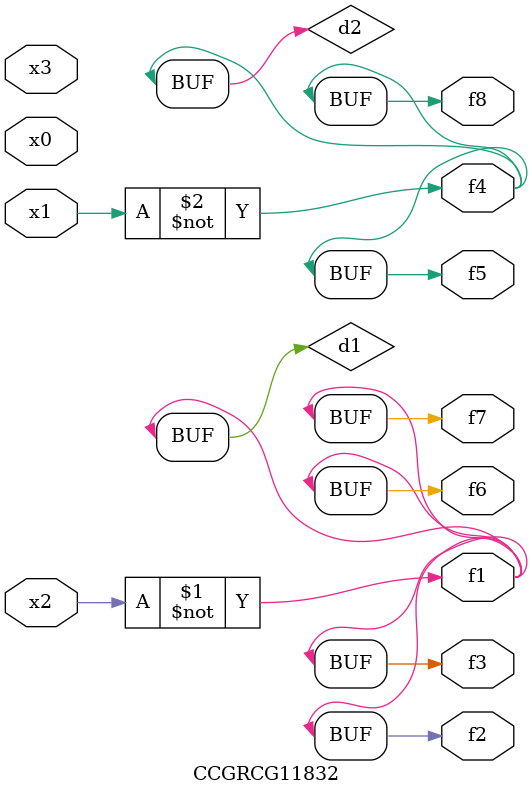
<source format=v>
module CCGRCG11832(
	input x0, x1, x2, x3,
	output f1, f2, f3, f4, f5, f6, f7, f8
);

	wire d1, d2;

	xnor (d1, x2);
	not (d2, x1);
	assign f1 = d1;
	assign f2 = d1;
	assign f3 = d1;
	assign f4 = d2;
	assign f5 = d2;
	assign f6 = d1;
	assign f7 = d1;
	assign f8 = d2;
endmodule

</source>
